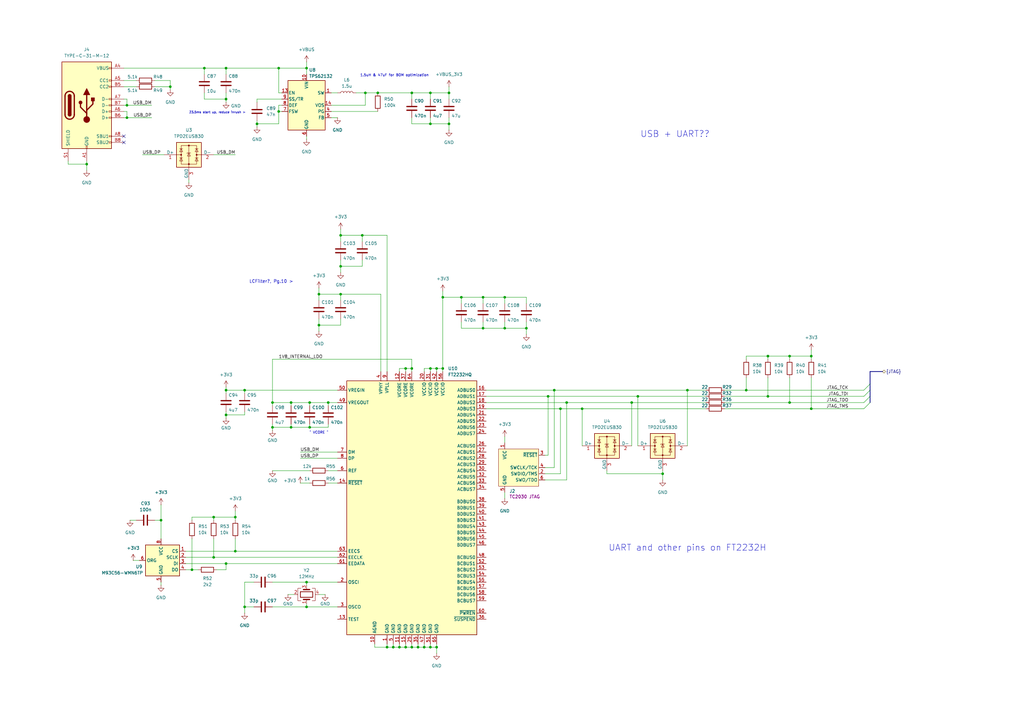
<source format=kicad_sch>
(kicad_sch (version 20250114) (generator "eeschema") (generator_version "9.0")
  (paper "A3")
  (lib_symbols
    (symbol "Connector:USB_C_Receptacle_USB2.0_16P" (pin_names (offset 1.016))
      (property "Reference" "J" (at 0 22.225 0))
      (property "Value" "USB_C_Receptacle_USB2.0_16P" (at 0 19.685 0))
      (symbol "USB_C_Receptacle_USB2.0_16P_1_1"
        (pin passive line (at -7.62 -22.86 90) (length 5.08) (name "SHIELD") (number "S1"))
        (pin passive line (at 0 -22.86 90) (length 5.08) (name "GND") (number "A1"))
        (pin passive line (at 0 -22.86 90) (length 5.08) (hide yes) (name "GND") (number "A12"))
        (pin passive line (at 0 -22.86 90) (length 5.08) (hide yes) (name "GND") (number "B1"))
        (pin passive line (at 0 -22.86 90) (length 5.08) (hide yes) (name "GND") (number "B12"))
        (pin passive line (at 15.24 15.24 180) (length 5.08) (name "VBUS") (number "A4"))
        (pin passive line (at 15.24 15.24 180) (length 5.08) (hide yes) (name "VBUS") (number "A9"))
        (pin passive line (at 15.24 15.24 180) (length 5.08) (hide yes) (name "VBUS") (number "B4"))
        (pin passive line (at 15.24 15.24 180) (length 5.08) (hide yes) (name "VBUS") (number "B9"))
        (pin bidirectional line (at 15.24 10.16 180) (length 5.08) (name "CC1") (number "A5"))
        (pin bidirectional line (at 15.24 7.62 180) (length 5.08) (name "CC2") (number "B5"))
        (pin bidirectional line (at 15.24 2.54 180) (length 5.08) (name "D-") (number "A7"))
        (pin bidirectional line (at 15.24 0 180) (length 5.08) (name "D-") (number "B7"))
        (pin bidirectional line (at 15.24 -2.54 180) (length 5.08) (name "D+") (number "A6"))
        (pin bidirectional line (at 15.24 -5.08 180) (length 5.08) (name "D+") (number "B6"))
        (pin bidirectional line (at 15.24 -12.7 180) (length 5.08) (name "SBU1") (number "A8"))
        (pin bidirectional line (at 15.24 -15.24 180) (length 5.08) (name "SBU2") (number "B8"))
      )
    )
    (symbol "Device:C" (pin_numbers (hide yes)) (pin_names (offset 0.254))
      (property "Reference" "C" (at 0.635 2.54 0))
      (property "Value" "C" (at 0.635 -2.54 0))
      (symbol "C_1_1"
        (pin passive line (at 0 3.81 270) (length 2.794) (name "~") (number "1"))
        (pin passive line (at 0 -3.81 90) (length 2.794) (name "~") (number "2"))
      )
    )
    (symbol "Device:Crystal_GND24" (pin_names (offset 1.016) (hide yes))
      (property "Reference" "Y" (at 3.175 5.08 0))
      (property "Value" "Crystal_GND24" (at 3.175 3.175 0))
      (symbol "Crystal_GND24_1_1"
        (pin passive line (at -3.81 0 0) (length 1.27) (name "1") (number "1"))
        (pin passive line (at 0 5.08 270) (length 1.27) (name "2") (number "2"))
        (pin passive line (at 0 -5.08 90) (length 1.27) (name "4") (number "4"))
        (pin passive line (at 3.81 0 180) (length 1.27) (name "3") (number "3"))
      )
    )
    (symbol "Device:L" (pin_numbers (hide yes)) (pin_names (offset 1.016) (hide yes))
      (property "Reference" "L" (at -1.27 0 90))
      (property "Value" "L" (at 1.905 0 90))
      (symbol "L_1_1"
        (pin passive line (at 0 3.81 270) (length 1.27) (name "1") (number "1"))
        (pin passive line (at 0 -3.81 90) (length 1.27) (name "2") (number "2"))
      )
    )
    (symbol "Device:R" (pin_numbers (hide yes)) (pin_names (offset 0))
      (property "Reference" "R" (at 2.032 0 90))
      (property "Value" "R" (at 0 0 90))
      (symbol "R_1_1"
        (pin passive line (at 0 3.81 270) (length 1.27) (name "~") (number "1"))
        (pin passive line (at 0 -3.81 90) (length 1.27) (name "~") (number "2"))
      )
    )
    (symbol "FPGA Accelerator:Conn_ARM_SWD_TagConnect_TC2030" (in_bom no)
      (property "Reference" "J5" (at 1.778 -9.398 0))
      (property "Alt_Value" "TC2030 JTAG" (at 5.588 -11.938 0))
      (symbol "Conn_ARM_SWD_TagConnect_TC2030_0_0"
        (pin power_in line (at -2.54 10.16 270) (length 2.54) (name "VCC") (number "1"))
        (pin power_in line (at -2.54 -10.16 90) (length 2.54) (name "GND") (number "5"))
        (pin open_collector line (at 13.97 5.08 180) (length 2.54) (name "~{RESET}") (number "3"))
      )
      (symbol "Conn_ARM_SWD_TagConnect_TC2030_1_0"
        (pin output line (at 13.97 0 180) (length 2.54) (name "SWCLK/TCK") (number "4"))
        (pin bidirectional line (at 13.97 -2.54 180) (length 2.54) (name "SWDIO/TMS") (number "2"))
        (pin input line (at 13.97 -5.08 180) (length 2.54) (name "SWO/TDO") (number "6"))
      )
    )
    (symbol "FPGA Accelerator:M93C56-WMN6TP"
      (property "Reference" "U" (at -7.62 6.35 0))
      (property "Value" "M93C56-WMN6TP" (at 2.54 -6.35 0))
      (symbol "M93C56-WMN6TP_1_1"
        (pin input line (at -8.89 1.27 0) (length 2.54) (name "ORG") (number "6"))
        (pin no_connect line (at -8.89 -2.54 0) (length 2.54) (hide yes) (name "DU") (number "7"))
        (pin power_in line (at 0 10.16 270) (length 2.54) (name "VCC") (number "8"))
        (pin power_in line (at 0 -7.62 90) (length 2.54) (name "GND") (number "5"))
        (pin input line (at 10.16 5.08 180) (length 2.54) (name "CS") (number "1"))
        (pin input line (at 10.16 2.54 180) (length 2.54) (name "SCLK") (number "2"))
        (pin input line (at 10.16 0 180) (length 2.54) (name "DI") (number "3"))
        (pin tri_state line (at 10.16 -2.54 180) (length 2.54) (name "DO") (number "4"))
      )
    )
    (symbol "Interface_USB:FT2232HQ"
      (property "Reference" "U" (at -26.67 53.34 0))
      (property "Value" "FT2232HQ" (at 19.05 53.34 0))
      (symbol "FT2232HQ_1_1"
        (pin power_in line (at -30.48 48.26 0) (length 3.81) (name "VREGIN") (number "50"))
        (pin power_out line (at -30.48 43.18 0) (length 3.81) (name "VREGOUT") (number "49"))
        (pin bidirectional line (at -30.48 22.86 0) (length 3.81) (name "DM") (number "7"))
        (pin bidirectional line (at -30.48 20.32 0) (length 3.81) (name "DP") (number "8"))
        (pin output line (at -30.48 15.24 0) (length 3.81) (name "REF") (number "6"))
        (pin input line (at -30.48 10.16 0) (length 3.81) (name "~{RESET}") (number "14"))
        (pin output line (at -30.48 -17.78 0) (length 3.81) (name "EECS") (number "63"))
        (pin output line (at -30.48 -20.32 0) (length 3.81) (name "EECLK") (number "62"))
        (pin bidirectional line (at -30.48 -22.86 0) (length 3.81) (name "EEDATA") (number "61"))
        (pin input line (at -30.48 -30.48 0) (length 3.81) (name "OSCI") (number "2"))
        (pin output line (at -30.48 -40.64 0) (length 3.81) (name "OSCO") (number "3"))
        (pin input line (at -30.48 -45.72 0) (length 3.81) (name "TEST") (number "13"))
        (pin power_in line (at -15.24 -55.88 90) (length 3.81) (name "AGND") (number "10"))
        (pin power_in line (at -12.7 55.88 270) (length 3.81) (name "VPHY") (number "4"))
        (pin input line (at -10.16 55.88 270) (length 3.81) (name "VPLL") (number "9"))
        (pin power_in line (at -10.16 -55.88 90) (length 3.81) (name "GND") (number "1"))
        (pin power_in line (at -7.62 -55.88 90) (length 3.81) (name "GND") (number "5"))
        (pin power_in line (at -5.08 55.88 270) (length 3.81) (name "VCORE") (number "12"))
        (pin power_in line (at -5.08 -55.88 90) (length 3.81) (name "GND") (number "11"))
        (pin power_in line (at -2.54 55.88 270) (length 3.81) (name "VCORE") (number "37"))
        (pin power_in line (at -2.54 -55.88 90) (length 3.81) (name "GND") (number "15"))
        (pin power_in line (at 0 55.88 270) (length 3.81) (name "VCORE") (number "64"))
        (pin power_in line (at 0 -55.88 90) (length 3.81) (name "GND") (number "25"))
        (pin power_in line (at 2.54 -55.88 90) (length 3.81) (name "GND") (number "35"))
        (pin power_in line (at 5.08 55.88 270) (length 3.81) (name "VCCIO") (number "20"))
        (pin power_in line (at 5.08 -55.88 90) (length 3.81) (name "GND") (number "47"))
        (pin power_in line (at 7.62 55.88 270) (length 3.81) (name "VCCIO") (number "31"))
        (pin power_in line (at 7.62 -55.88 90) (length 3.81) (name "GND") (number "51"))
        (pin power_in line (at 10.16 55.88 270) (length 3.81) (name "VCCIO") (number "42"))
        (pin power_in line (at 10.16 -55.88 90) (length 3.81) (name "GND") (number "65"))
        (pin power_in line (at 12.7 55.88 270) (length 3.81) (name "VCCIO") (number "56"))
        (pin bidirectional line (at 30.48 48.26 180) (length 3.81) (name "ADBUS0") (number "16"))
        (pin bidirectional line (at 30.48 45.72 180) (length 3.81) (name "ADBUS1") (number "17"))
        (pin bidirectional line (at 30.48 43.18 180) (length 3.81) (name "ADBUS2") (number "18"))
        (pin bidirectional line (at 30.48 40.64 180) (length 3.81) (name "ADBUS3") (number "19"))
        (pin bidirectional line (at 30.48 38.1 180) (length 3.81) (name "ADBUS4") (number "21"))
        (pin bidirectional line (at 30.48 35.56 180) (length 3.81) (name "ADBUS5") (number "22"))
        (pin bidirectional line (at 30.48 33.02 180) (length 3.81) (name "ADBUS6") (number "23"))
        (pin bidirectional line (at 30.48 30.48 180) (length 3.81) (name "ADBUS7") (number "24"))
        (pin bidirectional line (at 30.48 25.4 180) (length 3.81) (name "ACBUS0") (number "26"))
        (pin bidirectional line (at 30.48 22.86 180) (length 3.81) (name "ACBUS1") (number "27"))
        (pin bidirectional line (at 30.48 20.32 180) (length 3.81) (name "ACBUS2") (number "28"))
        (pin bidirectional line (at 30.48 17.78 180) (length 3.81) (name "ACBUS3") (number "29"))
        (pin bidirectional line (at 30.48 15.24 180) (length 3.81) (name "ACBUS4") (number "30"))
        (pin bidirectional line (at 30.48 12.7 180) (length 3.81) (name "ACBUS5") (number "32"))
        (pin bidirectional line (at 30.48 10.16 180) (length 3.81) (name "ACBUS6") (number "33"))
        (pin bidirectional line (at 30.48 7.62 180) (length 3.81) (name "ACBUS7") (number "34"))
        (pin bidirectional line (at 30.48 2.54 180) (length 3.81) (name "BDBUS0") (number "38"))
        (pin bidirectional line (at 30.48 0 180) (length 3.81) (name "BDBUS1") (number "39"))
        (pin bidirectional line (at 30.48 -2.54 180) (length 3.81) (name "BDBUS2") (number "40"))
        (pin bidirectional line (at 30.48 -5.08 180) (length 3.81) (name "BDBUS3") (number "41"))
        (pin bidirectional line (at 30.48 -7.62 180) (length 3.81) (name "BDBUS4") (number "43"))
        (pin bidirectional line (at 30.48 -10.16 180) (length 3.81) (name "BDBUS5") (number "44"))
        (pin bidirectional line (at 30.48 -12.7 180) (length 3.81) (name "BDBUS6") (number "45"))
        (pin bidirectional line (at 30.48 -15.24 180) (length 3.81) (name "BDBUS7") (number "46"))
        (pin bidirectional line (at 30.48 -20.32 180) (length 3.81) (name "BCBUS0") (number "48"))
        (pin bidirectional line (at 30.48 -22.86 180) (length 3.81) (name "BCBUS1") (number "52"))
        (pin bidirectional line (at 30.48 -25.4 180) (length 3.81) (name "BCBUS2") (number "53"))
        (pin bidirectional line (at 30.48 -27.94 180) (length 3.81) (name "BCBUS3") (number "54"))
        (pin bidirectional line (at 30.48 -30.48 180) (length 3.81) (name "BCBUS4") (number "55"))
        (pin bidirectional line (at 30.48 -33.02 180) (length 3.81) (name "BCBUS5") (number "57"))
        (pin bidirectional line (at 30.48 -35.56 180) (length 3.81) (name "BCBUS6") (number "58"))
        (pin bidirectional line (at 30.48 -38.1 180) (length 3.81) (name "BCBUS7") (number "59"))
        (pin output line (at 30.48 -43.18 180) (length 3.81) (name "~{PWREN}") (number "60"))
        (pin output line (at 30.48 -45.72 180) (length 3.81) (name "~{SUSPEND}") (number "36"))
      )
    )
    (symbol "Power_Protection:TPD2EUSB30" (pin_names (offset 0))
      (property "Reference" "U" (at 0 6.35 0))
      (property "Value" "TPD2EUSB30" (at 7.62 -7.62 0))
      (symbol "TPD2EUSB30_1_1"
        (pin passive line (at -10.16 0 0) (length 5.08) (name "D+") (number "1"))
        (pin passive line (at 0 -10.16 90) (length 5.08) (name "GND") (number "3"))
        (pin passive line (at 10.16 0 180) (length 5.08) (name "D-") (number "2"))
      )
    )
    (symbol "Regulator_Switching:TPS62132" (pin_names (offset 0.254))
      (property "Reference" "U" (at 3.81 13.97 0))
      (property "Value" "TPS62132" (at 3.81 11.43 0))
      (symbol "TPS62132_1_1"
        (pin input line (at -10.16 5.08 0) (length 2.54) (name "EN") (number "13"))
        (pin input line (at -10.16 2.54 0) (length 2.54) (name "SS/TR") (number "9"))
        (pin input line (at -10.16 0 0) (length 2.54) (name "DEF") (number "8"))
        (pin input line (at -10.16 -2.54 0) (length 2.54) (name "FSW") (number "7"))
        (pin power_in line (at 0 12.7 270) (length 2.54) (name "VIN") (number "10"))
        (pin passive line (at 0 12.7 270) (length 2.54) (hide yes) (name "VIN") (number "11"))
        (pin passive line (at 0 12.7 270) (length 2.54) (hide yes) (name "VIN") (number "12"))
        (pin passive line (at 0 -12.7 90) (length 2.54) (hide yes) (name "GND") (number "15"))
        (pin passive line (at 0 -12.7 90) (length 2.54) (hide yes) (name "GND") (number "16"))
        (pin passive line (at 0 -12.7 90) (length 2.54) (hide yes) (name "GND") (number "17"))
        (pin power_in line (at 0 -12.7 90) (length 2.54) (name "GND") (number "6"))
        (pin output line (at 10.16 5.08 180) (length 2.54) (name "SW") (number "1"))
        (pin passive line (at 10.16 5.08 180) (length 2.54) (hide yes) (name "SW") (number "2"))
        (pin passive line (at 10.16 5.08 180) (length 2.54) (hide yes) (name "SW") (number "3"))
        (pin input line (at 10.16 0 180) (length 2.54) (name "VOS") (number "14"))
        (pin open_collector line (at 10.16 -2.54 180) (length 2.54) (name "PG") (number "4"))
        (pin input line (at 10.16 -5.08 180) (length 2.54) (name "FB") (number "5"))
      )
    )
    (symbol "power:+1V0" (power) (pin_numbers (hide yes)) (pin_names (offset 0) (hide yes))
      (property "Value" "+1V0" (at 0 3.556 0))
      (symbol "+1V0_1_1"
        (pin power_in line (at 0 0 90) (length 0) (name "~") (number "1"))
      )
    )
    (symbol "power:+3V3" (power) (pin_numbers (hide yes)) (pin_names (offset 0) (hide yes))
      (property "Value" "+3V3" (at 0 3.556 0))
      (symbol "+3V3_1_1"
        (pin power_in line (at 0 0 90) (length 0) (name "~") (number "1"))
      )
    )
    (symbol "power:GND" (power) (pin_numbers (hide yes)) (pin_names (offset 0) (hide yes))
      (property "Value" "GND" (at 0 -3.81 0))
      (symbol "GND_1_1"
        (pin power_in line (at 0 0 270) (length 0) (name "~") (number "1"))
      )
    )
  )
  (text "1.5uH & 47uF for BOM optimization" (at 161.798 30.988 0) (effects (font (size 1.016 1.016))))
  (text "23.5ms start up, reduce inrush >" (at 89.154 46.228 0) (effects (font (size 0.889 0.889))))
  (text "UART and other pins on FT2232H" (at 281.94 224.79 0) (effects (font (size 2.54 2.54))))
  (text "LCFilter?, Pg.10 >" (at 111.252 115.57 0) (effects (font (size 1.27 1.27))))
  (text "^ VCORE ^" (at 130.81 177.546 0) (effects (font (size 1.016 1.016))))
  (text "USB + UART??" (at 276.86 55.118 0) (effects (font (size 2.54 2.54))))
  (junction (at 184.15 38.1))
  (junction (at 92.71 231.14))
  (junction (at 314.96 146.05))
  (junction (at 176.53 151.13))
  (junction (at 92.71 40.64))
  (junction (at 125.73 27.94))
  (junction (at 314.96 162.56))
  (junction (at 125.73 238.76))
  (junction (at 149.86 38.1))
  (junction (at 139.7 120.65))
  (junction (at 176.53 38.1))
  (junction (at 35.56 67.31))
  (junction (at 227.33 160.02))
  (junction (at 238.76 167.64))
  (junction (at 119.38 165.1))
  (junction (at 69.85 35.56))
  (junction (at 111.76 165.1))
  (junction (at 179.07 265.43))
  (junction (at 130.81 133.35))
  (junction (at 158.75 265.43))
  (junction (at 127 175.26))
  (junction (at 111.76 175.26))
  (junction (at 83.82 27.94))
  (junction (at 119.38 175.26))
  (junction (at 92.71 170.18))
  (junction (at 92.71 27.94))
  (junction (at 332.74 167.64))
  (junction (at 96.52 226.06))
  (junction (at 166.37 265.43))
  (junction (at 229.87 167.64))
  (junction (at 134.62 165.1))
  (junction (at 100.33 248.92))
  (junction (at 87.63 228.6))
  (junction (at 96.52 212.09))
  (junction (at 232.41 165.1))
  (junction (at 198.12 134.62))
  (junction (at 189.23 121.92))
  (junction (at 66.04 213.36))
  (junction (at 161.29 265.43))
  (junction (at 100.33 160.02))
  (junction (at 176.53 265.43))
  (junction (at 78.74 233.68))
  (junction (at 184.15 50.8))
  (junction (at 168.91 265.43))
  (junction (at 173.99 265.43))
  (junction (at 127 165.1))
  (junction (at 114.3 27.94))
  (junction (at 114.3 45.72))
  (junction (at 87.63 212.09))
  (junction (at 259.08 165.1))
  (junction (at 130.81 120.65))
  (junction (at 207.01 134.62))
  (junction (at 139.7 96.52))
  (junction (at 207.01 121.92))
  (junction (at 105.41 50.8))
  (junction (at 261.62 162.56))
  (junction (at 176.53 50.8))
  (junction (at 198.12 121.92))
  (junction (at 179.07 151.13))
  (junction (at 52.07 43.18))
  (junction (at 281.94 160.02))
  (junction (at 125.73 248.92))
  (junction (at 215.9 134.62))
  (junction (at 168.91 38.1))
  (junction (at 148.59 96.52))
  (junction (at 171.45 265.43))
  (junction (at 92.71 160.02))
  (junction (at 52.07 48.26))
  (junction (at 306.07 160.02))
  (junction (at 181.61 121.92))
  (junction (at 323.85 165.1))
  (junction (at 168.91 151.13))
  (junction (at 154.94 38.1))
  (junction (at 332.74 146.05))
  (junction (at 166.37 151.13))
  (junction (at 139.7 109.22))
  (junction (at 181.61 151.13))
  (junction (at 224.79 162.56))
  (junction (at 271.78 194.31))
  (junction (at 163.83 265.43))
  (junction (at 323.85 146.05))
  (no_connect (at 50.8 55.88))
  (no_connect (at 50.8 58.42))
  (bus_entry (at 354.33 162.56) (size 2.54 -2.54))
  (bus_entry (at 354.33 165.1) (size 2.54 -2.54))
  (bus_entry (at 354.33 167.64) (size 2.54 -2.54))
  (bus_entry (at 354.33 160.02) (size 2.54 -2.54))
  (wire (pts (xy 123.19 187.96) (xy 138.43 187.96)))
  (wire (pts (xy 271.78 196.85) (xy 271.78 194.31)))
  (wire (pts (xy 232.41 165.1) (xy 259.08 165.1)))
  (wire (pts (xy 111.76 165.1) (xy 119.38 165.1)))
  (wire (pts (xy 83.82 30.48) (xy 83.82 27.94)))
  (wire (pts (xy 163.83 265.43) (xy 163.83 264.16)))
  (wire (pts (xy 139.7 120.65) (xy 156.21 120.65)))
  (wire (pts (xy 168.91 50.8) (xy 176.53 50.8)))
  (wire (pts (xy 114.3 43.18) (xy 115.57 43.18)))
  (wire (pts (xy 35.56 69.85) (xy 35.56 67.31)))
  (wire (pts (xy 163.83 265.43) (xy 166.37 265.43)))
  (wire (pts (xy 92.71 161.29) (xy 92.71 160.02)))
  (wire (pts (xy 173.99 265.43) (xy 173.99 264.16)))
  (wire (pts (xy 168.91 48.26) (xy 168.91 50.8)))
  (wire (pts (xy 281.94 160.02) (xy 281.94 182.88)))
  (wire (pts (xy 168.91 265.43) (xy 168.91 264.16)))
  (wire (pts (xy 168.91 265.43) (xy 171.45 265.43)))
  (wire (pts (xy 77.47 74.93) (xy 77.47 73.66)))
  (wire (pts (xy 215.9 134.62) (xy 215.9 132.08)))
  (wire (pts (xy 181.61 151.13) (xy 181.61 152.4)))
  (wire (pts (xy 78.74 212.09) (xy 87.63 212.09)))
  (wire (pts (xy 125.73 247.65) (xy 125.73 248.92)))
  (wire (pts (xy 96.52 226.06) (xy 138.43 226.06)))
  (wire (pts (xy 168.91 147.32) (xy 168.91 151.13)))
  (wire (pts (xy 176.53 151.13) (xy 173.99 151.13)))
  (wire (pts (xy 173.99 151.13) (xy 173.99 152.4)))
  (wire (pts (xy 189.23 121.92) (xy 198.12 121.92)))
  (wire (pts (xy 332.74 143.51) (xy 332.74 146.05)))
  (wire (pts (xy 314.96 154.94) (xy 314.96 162.56)))
  (wire (pts (xy 78.74 233.68) (xy 76.2 233.68)))
  (wire (pts (xy 153.67 265.43) (xy 158.75 265.43)))
  (wire (pts (xy 76.2 228.6) (xy 87.63 228.6)))
  (wire (pts (xy 149.86 38.1) (xy 154.94 38.1)))
  (wire (pts (xy 92.71 27.94) (xy 114.3 27.94)))
  (wire (pts (xy 139.7 99.06) (xy 139.7 96.52)))
  (wire (pts (xy 119.38 173.99) (xy 119.38 175.26)))
  (wire (pts (xy 92.71 171.45) (xy 92.71 170.18)))
  (wire (pts (xy 87.63 212.09) (xy 96.52 212.09)))
  (wire (pts (xy 168.91 38.1) (xy 176.53 38.1)))
  (wire (pts (xy 123.19 185.42) (xy 138.43 185.42)))
  (wire (pts (xy 111.76 166.37) (xy 111.76 165.1)))
  (wire (pts (xy 181.61 121.92) (xy 189.23 121.92)))
  (wire (pts (xy 114.3 27.94) (xy 125.73 27.94)))
  (wire (pts (xy 297.18 160.02) (xy 306.07 160.02)))
  (wire (pts (xy 50.8 27.94) (xy 83.82 27.94)))
  (wire (pts (xy 332.74 146.05) (xy 332.74 147.32)))
  (wire (pts (xy 111.76 165.1) (xy 111.76 147.32)))
  (bus (pts (xy 356.87 162.56) (xy 356.87 160.02)))
  (wire (pts (xy 297.18 162.56) (xy 314.96 162.56)))
  (wire (pts (xy 297.18 165.1) (xy 323.85 165.1)))
  (wire (pts (xy 52.07 43.18) (xy 62.23 43.18)))
  (wire (pts (xy 76.2 226.06) (xy 96.52 226.06)))
  (wire (pts (xy 227.33 191.77) (xy 227.33 160.02)))
  (wire (pts (xy 115.57 40.64) (xy 105.41 40.64)))
  (wire (pts (xy 238.76 167.64) (xy 289.56 167.64)))
  (wire (pts (xy 139.7 109.22) (xy 139.7 106.68)))
  (wire (pts (xy 173.99 265.43) (xy 176.53 265.43)))
  (wire (pts (xy 87.63 228.6) (xy 138.43 228.6)))
  (wire (pts (xy 114.3 38.1) (xy 114.3 27.94)))
  (wire (pts (xy 69.85 33.02) (xy 63.5 33.02)))
  (wire (pts (xy 332.74 154.94) (xy 332.74 167.64)))
  (wire (pts (xy 83.82 40.64) (xy 92.71 40.64)))
  (wire (pts (xy 176.53 50.8) (xy 184.15 50.8)))
  (wire (pts (xy 100.33 160.02) (xy 138.43 160.02)))
  (wire (pts (xy 35.56 67.31) (xy 27.94 67.31)))
  (wire (pts (xy 223.52 186.69) (xy 224.79 186.69)))
  (wire (pts (xy 135.89 43.18) (xy 149.86 43.18)))
  (wire (pts (xy 314.96 162.56) (xy 354.33 162.56)))
  (wire (pts (xy 168.91 38.1) (xy 168.91 40.64)))
  (wire (pts (xy 199.39 167.64) (xy 229.87 167.64)))
  (wire (pts (xy 207.01 134.62) (xy 215.9 134.62)))
  (wire (pts (xy 134.62 193.04) (xy 138.43 193.04)))
  (wire (pts (xy 53.34 213.36) (xy 55.88 213.36)))
  (wire (pts (xy 259.08 165.1) (xy 289.56 165.1)))
  (wire (pts (xy 119.38 175.26) (xy 127 175.26)))
  (wire (pts (xy 139.7 133.35) (xy 139.7 130.81)))
  (wire (pts (xy 179.07 265.43) (xy 179.07 264.16)))
  (wire (pts (xy 111.76 248.92) (xy 125.73 248.92)))
  (wire (pts (xy 271.78 194.31) (xy 248.92 194.31)))
  (wire (pts (xy 139.7 123.19) (xy 139.7 120.65)))
  (wire (pts (xy 248.92 194.31) (xy 248.92 193.04)))
  (wire (pts (xy 87.63 212.09) (xy 87.63 213.36)))
  (wire (pts (xy 83.82 38.1) (xy 83.82 40.64)))
  (wire (pts (xy 189.23 134.62) (xy 189.23 132.08)))
  (wire (pts (xy 139.7 96.52) (xy 148.59 96.52)))
  (wire (pts (xy 130.81 118.11) (xy 130.81 120.65)))
  (wire (pts (xy 52.07 45.72) (xy 52.07 48.26)))
  (wire (pts (xy 111.76 175.26) (xy 119.38 175.26)))
  (wire (pts (xy 176.53 265.43) (xy 179.07 265.43)))
  (wire (pts (xy 125.73 248.92) (xy 138.43 248.92)))
  (wire (pts (xy 224.79 162.56) (xy 261.62 162.56)))
  (wire (pts (xy 161.29 265.43) (xy 163.83 265.43)))
  (wire (pts (xy 96.52 209.55) (xy 96.52 212.09)))
  (wire (pts (xy 78.74 212.09) (xy 78.74 213.36)))
  (wire (pts (xy 149.86 38.1) (xy 146.05 38.1)))
  (wire (pts (xy 158.75 265.43) (xy 161.29 265.43)))
  (wire (pts (xy 92.71 158.75) (xy 92.71 160.02)))
  (wire (pts (xy 119.38 165.1) (xy 127 165.1)))
  (wire (pts (xy 130.81 133.35) (xy 130.81 130.81)))
  (wire (pts (xy 139.7 111.76) (xy 139.7 109.22)))
  (wire (pts (xy 215.9 137.16) (xy 215.9 134.62)))
  (wire (pts (xy 96.52 212.09) (xy 96.52 213.36)))
  (wire (pts (xy 176.53 48.26) (xy 176.53 50.8)))
  (wire (pts (xy 76.2 231.14) (xy 92.71 231.14)))
  (wire (pts (xy 176.53 151.13) (xy 176.53 152.4)))
  (wire (pts (xy 114.3 50.8) (xy 114.3 45.72)))
  (wire (pts (xy 271.78 194.31) (xy 271.78 193.04)))
  (wire (pts (xy 96.52 63.5) (xy 87.63 63.5)))
  (wire (pts (xy 189.23 121.92) (xy 189.23 124.46)))
  (wire (pts (xy 104.14 238.76) (xy 100.33 238.76)))
  (wire (pts (xy 176.53 38.1) (xy 184.15 38.1)))
  (wire (pts (xy 27.94 67.31) (xy 27.94 66.04)))
  (wire (pts (xy 166.37 265.43) (xy 166.37 264.16)))
  (wire (pts (xy 130.81 123.19) (xy 130.81 120.65)))
  (wire (pts (xy 88.9 233.68) (xy 92.71 233.68)))
  (wire (pts (xy 87.63 220.98) (xy 87.63 228.6)))
  (wire (pts (xy 154.94 38.1) (xy 168.91 38.1)))
  (wire (pts (xy 50.8 35.56) (xy 55.88 35.56)))
  (wire (pts (xy 224.79 186.69) (xy 224.79 162.56)))
  (wire (pts (xy 100.33 251.46) (xy 100.33 248.92)))
  (wire (pts (xy 198.12 134.62) (xy 198.12 132.08)))
  (wire (pts (xy 69.85 35.56) (xy 69.85 33.02)))
  (wire (pts (xy 323.85 154.94) (xy 323.85 165.1)))
  (bus (pts (xy 356.87 165.1) (xy 356.87 162.56)))
  (wire (pts (xy 111.76 175.26) (xy 111.76 173.99)))
  (wire (pts (xy 198.12 121.92) (xy 198.12 124.46)))
  (wire (pts (xy 111.76 238.76) (xy 125.73 238.76)))
  (wire (pts (xy 100.33 161.29) (xy 100.33 160.02)))
  (wire (pts (xy 114.3 45.72) (xy 114.3 43.18)))
  (wire (pts (xy 134.62 198.12) (xy 138.43 198.12)))
  (wire (pts (xy 83.82 27.94) (xy 92.71 27.94)))
  (wire (pts (xy 125.73 27.94) (xy 125.73 30.48)))
  (bus (pts (xy 356.87 160.02) (xy 356.87 157.48)))
  (wire (pts (xy 306.07 160.02) (xy 354.33 160.02)))
  (wire (pts (xy 306.07 146.05) (xy 306.07 147.32)))
  (wire (pts (xy 181.61 121.92) (xy 181.61 151.13)))
  (wire (pts (xy 176.53 38.1) (xy 176.53 40.64)))
  (wire (pts (xy 127 165.1) (xy 127 166.37)))
  (wire (pts (xy 148.59 99.06) (xy 148.59 96.52)))
  (wire (pts (xy 114.3 45.72) (xy 115.57 45.72)))
  (wire (pts (xy 306.07 154.94) (xy 306.07 160.02)))
  (wire (pts (xy 198.12 121.92) (xy 207.01 121.92)))
  (wire (pts (xy 207.01 121.92) (xy 215.9 121.92)))
  (wire (pts (xy 149.86 43.18) (xy 149.86 38.1)))
  (wire (pts (xy 92.71 30.48) (xy 92.71 27.94)))
  (wire (pts (xy 176.53 265.43) (xy 176.53 264.16)))
  (wire (pts (xy 198.12 134.62) (xy 207.01 134.62)))
  (wire (pts (xy 66.04 213.36) (xy 66.04 220.98)))
  (wire (pts (xy 105.41 50.8) (xy 114.3 50.8)))
  (wire (pts (xy 153.67 265.43) (xy 153.67 264.16)))
  (wire (pts (xy 229.87 194.31) (xy 229.87 167.64)))
  (wire (pts (xy 156.21 152.4) (xy 156.21 120.65)))
  (wire (pts (xy 111.76 193.04) (xy 127 193.04)))
  (wire (pts (xy 111.76 147.32) (xy 168.91 147.32)))
  (wire (pts (xy 238.76 167.64) (xy 238.76 182.88)))
  (wire (pts (xy 130.81 120.65) (xy 139.7 120.65)))
  (wire (pts (xy 223.52 194.31) (xy 229.87 194.31)))
  (wire (pts (xy 332.74 167.64) (xy 354.33 167.64)))
  (wire (pts (xy 54.61 229.87) (xy 57.15 229.87)))
  (wire (pts (xy 125.73 238.76) (xy 138.43 238.76)))
  (wire (pts (xy 105.41 49.53) (xy 105.41 50.8)))
  (wire (pts (xy 261.62 162.56) (xy 289.56 162.56)))
  (wire (pts (xy 166.37 151.13) (xy 163.83 151.13)))
  (wire (pts (xy 158.75 96.52) (xy 158.75 152.4)))
  (wire (pts (xy 92.71 40.64) (xy 92.71 38.1)))
  (wire (pts (xy 184.15 48.26) (xy 184.15 50.8)))
  (wire (pts (xy 134.62 165.1) (xy 134.62 166.37)))
  (wire (pts (xy 184.15 35.56) (xy 184.15 38.1)))
  (wire (pts (xy 66.04 240.03) (xy 66.04 238.76)))
  (wire (pts (xy 323.85 146.05) (xy 314.96 146.05)))
  (wire (pts (xy 139.7 109.22) (xy 148.59 109.22)))
  (wire (pts (xy 207.01 179.07) (xy 207.01 181.61)))
  (bus (pts (xy 356.87 157.48) (xy 356.87 152.4)))
  (wire (pts (xy 181.61 151.13) (xy 179.07 151.13)))
  (wire (pts (xy 78.74 220.98) (xy 78.74 233.68)))
  (wire (pts (xy 66.04 207.01) (xy 66.04 213.36)))
  (wire (pts (xy 134.62 165.1) (xy 138.43 165.1)))
  (wire (pts (xy 50.8 48.26) (xy 52.07 48.26)))
  (wire (pts (xy 227.33 160.02) (xy 281.94 160.02)))
  (wire (pts (xy 50.8 40.64) (xy 52.07 40.64)))
  (wire (pts (xy 92.71 233.68) (xy 92.71 231.14)))
  (wire (pts (xy 130.81 135.89) (xy 130.81 133.35)))
  (wire (pts (xy 92.71 170.18) (xy 100.33 170.18)))
  (wire (pts (xy 130.81 133.35) (xy 139.7 133.35)))
  (wire (pts (xy 135.89 45.72) (xy 154.94 45.72)))
  (wire (pts (xy 158.75 265.43) (xy 158.75 264.16)))
  (wire (pts (xy 215.9 121.92) (xy 215.9 124.46)))
  (wire (pts (xy 133.35 243.84) (xy 130.81 243.84)))
  (wire (pts (xy 127 165.1) (xy 134.62 165.1)))
  (wire (pts (xy 199.39 160.02) (xy 227.33 160.02)))
  (wire (pts (xy 58.42 63.5) (xy 67.31 63.5)))
  (wire (pts (xy 184.15 40.64) (xy 184.15 38.1)))
  (wire (pts (xy 259.08 165.1) (xy 259.08 182.88)))
  (wire (pts (xy 166.37 265.43) (xy 168.91 265.43)))
  (wire (pts (xy 52.07 43.18) (xy 50.8 43.18)))
  (wire (pts (xy 92.71 168.91) (xy 92.71 170.18)))
  (wire (pts (xy 184.15 53.34) (xy 184.15 50.8)))
  (wire (pts (xy 111.76 176.53) (xy 111.76 175.26)))
  (wire (pts (xy 125.73 238.76) (xy 125.73 240.03)))
  (wire (pts (xy 163.83 151.13) (xy 163.83 152.4)))
  (wire (pts (xy 171.45 265.43) (xy 171.45 264.16)))
  (wire (pts (xy 105.41 52.07) (xy 105.41 50.8)))
  (wire (pts (xy 314.96 146.05) (xy 314.96 147.32)))
  (wire (pts (xy 166.37 151.13) (xy 166.37 152.4)))
  (wire (pts (xy 63.5 35.56) (xy 69.85 35.56)))
  (wire (pts (xy 134.62 173.99) (xy 134.62 175.26)))
  (wire (pts (xy 69.85 36.83) (xy 69.85 35.56)))
  (wire (pts (xy 261.62 162.56) (xy 261.62 182.88)))
  (wire (pts (xy 50.8 45.72) (xy 52.07 45.72)))
  (wire (pts (xy 92.71 160.02) (xy 100.33 160.02)))
  (wire (pts (xy 323.85 146.05) (xy 323.85 147.32)))
  (wire (pts (xy 168.91 151.13) (xy 166.37 151.13)))
  (wire (pts (xy 123.19 198.12) (xy 127 198.12)))
  (wire (pts (xy 148.59 96.52) (xy 158.75 96.52)))
  (wire (pts (xy 138.43 38.1) (xy 135.89 38.1)))
  (wire (pts (xy 161.29 265.43) (xy 161.29 264.16)))
  (wire (pts (xy 148.59 109.22) (xy 148.59 106.68)))
  (wire (pts (xy 314.96 146.05) (xy 306.07 146.05)))
  (wire (pts (xy 138.43 48.26) (xy 135.89 48.26)))
  (wire (pts (xy 223.52 191.77) (xy 227.33 191.77)))
  (wire (pts (xy 127 173.99) (xy 127 175.26)))
  (wire (pts (xy 55.88 33.02) (xy 50.8 33.02)))
  (wire (pts (xy 92.71 41.91) (xy 92.71 40.64)))
  (wire (pts (xy 171.45 265.43) (xy 173.99 265.43)))
  (wire (pts (xy 100.33 238.76) (xy 100.33 248.92)))
  (wire (pts (xy 199.39 162.56) (xy 224.79 162.56)))
  (bus (pts (xy 356.87 152.4) (xy 361.95 152.4)))
  (wire (pts (xy 139.7 93.98) (xy 139.7 96.52)))
  (wire (pts (xy 181.61 119.38) (xy 181.61 121.92)))
  (wire (pts (xy 179.07 151.13) (xy 179.07 152.4)))
  (wire (pts (xy 81.28 233.68) (xy 78.74 233.68)))
  (wire (pts (xy 179.07 267.97) (xy 179.07 265.43)))
  (wire (pts (xy 96.52 220.98) (xy 96.52 226.06)))
  (wire (pts (xy 119.38 165.1) (xy 119.38 166.37)))
  (wire (pts (xy 281.94 160.02) (xy 289.56 160.02)))
  (wire (pts (xy 232.41 196.85) (xy 232.41 165.1)))
  (wire (pts (xy 125.73 57.15) (xy 125.73 55.88)))
  (wire (pts (xy 63.5 213.36) (xy 66.04 213.36)))
  (wire (pts (xy 92.71 231.14) (xy 138.43 231.14)))
  (wire (pts (xy 105.41 40.64) (xy 105.41 41.91)))
  (wire (pts (xy 207.01 134.62) (xy 207.01 132.08)))
  (wire (pts (xy 168.91 151.13) (xy 168.91 152.4)))
  (wire (pts (xy 297.18 167.64) (xy 332.74 167.64)))
  (wire (pts (xy 179.07 151.13) (xy 176.53 151.13)))
  (wire (pts (xy 223.52 196.85) (xy 232.41 196.85)))
  (wire (pts (xy 229.87 167.64) (xy 238.76 167.64)))
  (wire (pts (xy 125.73 25.4) (xy 125.73 27.94)))
  (wire (pts (xy 35.56 67.31) (xy 35.56 66.04)))
  (wire (pts (xy 52.07 40.64) (xy 52.07 43.18)))
  (wire (pts (xy 199.39 165.1) (xy 232.41 165.1)))
  (wire (pts (xy 323.85 165.1) (xy 354.33 165.1)))
  (wire (pts (xy 189.23 134.62) (xy 198.12 134.62)))
  (wire (pts (xy 100.33 248.92) (xy 104.14 248.92)))
  (wire (pts (xy 207.01 121.92) (xy 207.01 124.46)))
  (wire (pts (xy 100.33 170.18) (xy 100.33 168.91)))
  (wire (pts (xy 127 175.26) (xy 134.62 175.26)))
  (wire (pts (xy 118.11 243.84) (xy 120.65 243.84)))
  (wire (pts (xy 115.57 38.1) (xy 114.3 38.1)))
  (wire (pts (xy 52.07 48.26) (xy 62.23 48.26)))
  (wire (pts (xy 207.01 204.47) (xy 207.01 201.93)))
  (wire (pts (xy 332.74 146.05) (xy 323.85 146.05)))
  (label "USB_DP" (at 58.42 63.5 0))
  (label "JTAG_TDI" (at 347.98 162.56 180))
  (label "USB_DP" (at 62.23 48.26 180))
  (label "USB_DM" (at 62.23 43.18 180))
  (label "JTAG_TDO" (at 347.98 165.1 180))
  (label "JTAG_TCK" (at 347.98 160.02 180))
  (label "1V8_INTERNAL_LDO" (at 114.3 147.32 0))
  (label "USB_DM" (at 123.19 185.42 0))
  (label "USB_DM" (at 96.52 63.5 180))
  (label "JTAG_TMS" (at 347.98 167.64 180))
  (label "USB_DP" (at 123.19 187.96 0))
  (hierarchical_label "{JTAG}" (shape bidirectional) (at 361.95 152.4 0))
  (symbol (lib_id "power:GND") (at 133.35 243.84 0) (unit 1)
    (property "Reference" "#PWR0116" (effects (hide yes)))
    (property "Value" "GND" (at 133.35 247.65 0))
    (property "Description" "Power symbol creates a global label with name \"GND\" , ground" (effects (hide yes)))
  )
  (symbol (lib_id "power:+3V3") (at 207.01 179.07 0) (unit 1)
    (property "Reference" "#PWR098" (effects (hide yes)))
    (property "Value" "+3V3" (at 207.01 173.99 0))
    (property "Description" "Power symbol creates a global label with name \"+3V3\"" (effects (hide yes)))
  )
  (symbol (lib_id "Device:C") (at 105.41 45.72 0) (unit 1)
    (property "Reference" "C89" (at 109.22 44.4499 0) (effects (justify left)))
    (property "Value" "47n" (at 109.22 46.9899 0) (effects (justify left)))
    (property "Description" "Unpolarized capacitor" (effects (hide yes)))
  )
  (symbol (lib_id "power:GND") (at 138.43 48.26 0) (unit 1)
    (property "Reference" "#PWR097" (effects (hide yes)))
    (property "Value" "GND" (at 138.43 53.34 0))
    (property "Description" "Power symbol creates a global label with name \"GND\" , ground" (effects (hide yes)))
  )
  (symbol (lib_id "Device:R") (at 96.52 217.17 0) (unit 1)
    (property "Reference" "R54" (at 99.06 215.8999 0) (effects (justify left)))
    (property "Value" "10k" (at 99.06 218.4399 0) (effects (justify left)))
    (property "Description" "Resistor" (effects (hide yes)))
  )
  (symbol (lib_id "Device:Crystal_GND24") (at 125.73 243.84 90) (unit 1)
    (property "Reference" "Y2" (at 125.73 233.934 90))
    (property "Value" "12MHz" (at 125.73 236.474 90))
    (property "Description" "Four pin crystal, GND on pins 2 and 4" (effects (hide yes)))
    (property "MPN" "X322512MSB4SI" (effects (hide yes)))
    (property "LCSC" "C9002" (effects (hide yes)))
  )
  (symbol (lib_id "Device:R") (at 293.37 165.1 90) (unit 1)
    (property "Reference" "R36" (at 298.196 163.83 90))
    (property "Value" "22" (at 289.052 163.83 90))
    (property "Description" "Resistor" (effects (hide yes)))
  )
  (symbol (lib_id "power:GND") (at 69.85 36.83 0) (unit 1)
    (property "Reference" "#PWR092" (effects (hide yes)))
    (property "Value" "GND" (at 69.85 41.91 0))
    (property "Description" "Power symbol creates a global label with name \"GND\" , ground" (effects (hide yes)))
  )
  (symbol (lib_id "power:GND") (at 53.34 213.36 0) (unit 1)
    (property "Reference" "#PWR0102" (effects (hide yes)))
    (property "Value" "GND" (at 53.34 218.44 0))
    (property "Description" "Power symbol creates a global label with name \"GND\" , ground" (effects (hide yes)))
  )
  (symbol (lib_id "Regulator_Switching:TPS62132") (at 125.73 43.18 0) (unit 1)
    (property "Reference" "U8" (at 126.746 28.702 0) (effects (justify left)))
    (property "Value" "TPS62132" (at 126.746 31.242 0) (effects (justify left)))
    (property "Footprint" "Package_DFN_QFN:VQFN-16-1EP_3x3mm_P0.5mm_EP1.68x1.68mm_ThermalVias" (effects (hide yes)))
    (property "Datasheet" "http://www.ti.com/lit/ds/symlink/tps62130.pdf" (effects (hide yes)))
    (property "Description" "3A Step-Down Converter with DCS-Control, Fixed 3.3V Output Voltage, 3-17V Input Voltage, QFN-16" (effects (hide yes)))
  )
  (symbol (lib_id "Device:C") (at 119.38 170.18 0) (unit 1)
    (property "Reference" "C99" (at 120.396 167.132 0) (effects (justify left)))
    (property "Value" "470n" (at 120.396 173.228 0) (effects (justify left)))
    (property "Description" "Unpolarized capacitor" (effects (hide yes)))
  )
  (symbol (lib_id "Device:C") (at 148.59 102.87 0) (unit 1)
    (property "Reference" "C105" (at 149.606 99.822 0) (effects (justify left)))
    (property "Value" "470n" (at 149.606 105.918 0) (effects (justify left)))
    (property "Description" "Unpolarized capacitor" (effects (hide yes)))
  )
  (symbol (lib_id "Device:R") (at 130.81 198.12 90) (unit 1)
    (property "Reference" "R56" (at 135.636 196.342 90))
    (property "Value" "1k" (at 125.984 196.342 90))
    (property "Description" "Resistor" (effects (hide yes)))
  )
  (symbol (lib_id "Device:C") (at 176.53 44.45 0) (unit 1)
    (property "Reference" "C91" (at 177.546 41.402 0) (effects (justify left)))
    (property "Value" "4u7" (at 177.546 47.498 0) (effects (justify left)))
    (property "Description" "Unpolarized capacitor" (effects (hide yes)))
  )
  (symbol (lib_id "Device:C") (at 59.69 213.36 90) (unit 1)
    (property "Reference" "C93" (at 59.69 206.502 90))
    (property "Value" "100n" (at 59.69 209.042 90))
    (property "Description" "Unpolarized capacitor" (effects (hide yes)))
  )
  (symbol (lib_id "power:+1V0") (at 125.73 25.4 0) (unit 1)
    (property "Reference" "#PWR095" (effects (hide yes)))
    (property "Value" "+VBUS" (at 125.73 20.32 0))
    (property "Description" "Power symbol creates a global label with name \"+1V0\"" (effects (hide yes)))
  )
  (symbol (lib_id "power:GND") (at 179.07 267.97 0) (unit 1)
    (property "Reference" "#PWR0119" (effects (hide yes)))
    (property "Value" "GND" (at 179.07 273.05 0))
    (property "Description" "Power symbol creates a global label with name \"GND\" , ground" (effects (hide yes)))
  )
  (symbol (lib_id "power:+1V0") (at 184.15 35.56 0) (unit 1)
    (property "Reference" "#PWR0100" (effects (hide yes)))
    (property "Value" "+VBUS_3V3" (at 184.15 30.48 0))
    (property "Description" "Power symbol creates a global label with name \"+1V0\"" (effects (hide yes)))
  )
  (symbol (lib_id "Device:C") (at 83.82 34.29 0) (unit 1)
    (property "Reference" "C87" (at 84.836 31.242 0) (effects (justify left)))
    (property "Value" "10u" (at 84.836 37.338 0) (effects (justify left)))
    (property "Description" "Unpolarized capacitor" (effects (hide yes)))
  )
  (symbol (lib_id "Device:C") (at 92.71 34.29 0) (unit 1)
    (property "Reference" "C88" (at 93.726 31.242 0) (effects (justify left)))
    (property "Value" "470n" (at 93.726 37.338 0) (effects (justify left)))
    (property "Description" "Unpolarized capacitor" (effects (hide yes)))
  )
  (symbol (lib_id "Device:R") (at 306.07 151.13 0) (unit 1)
    (property "Reference" "R38" (at 308.61 149.8599 0) (effects (justify left)))
    (property "Value" "10k" (at 308.61 152.3999 0) (effects (justify left)))
    (property "Description" "Resistor" (effects (hide yes)))
  )
  (symbol (lib_id "power:+3V3") (at 130.81 118.11 0) (unit 1)
    (property "Reference" "#PWR0114" (effects (hide yes)))
    (property "Value" "+3V3" (at 130.81 113.03 0))
    (property "Description" "Power symbol creates a global label with name \"+3V3\"" (effects (hide yes)))
  )
  (symbol (lib_id "power:GND") (at 92.71 171.45 0) (unit 1)
    (property "Reference" "#PWR0107" (effects (hide yes)))
    (property "Value" "GND" (at 92.71 175.514 0))
    (property "Description" "Power symbol creates a global label with name \"GND\" , ground" (effects (hide yes)))
  )
  (symbol (lib_id "Device:C") (at 168.91 44.45 0) (unit 1)
    (property "Reference" "C90" (at 169.926 41.402 0) (effects (justify left)))
    (property "Value" "470n" (at 169.926 47.498 0) (effects (justify left)))
    (property "Description" "Unpolarized capacitor" (effects (hide yes)))
  )
  (symbol (lib_id "power:GND") (at 35.56 69.85 0) (unit 1)
    (property "Reference" "#PWR091" (effects (hide yes)))
    (property "Value" "GND" (at 35.56 74.93 0))
    (property "Description" "Power symbol creates a global label with name \"GND\" , ground" (effects (hide yes)))
  )
  (symbol (lib_id "power:+3V3") (at 54.61 229.87 0) (unit 1)
    (property "Reference" "#PWR0103" (effects (hide yes)))
    (property "Value" "+3V3" (at 54.61 224.79 0))
    (property "Description" "Power symbol creates a global label with name \"+3V3\"" (effects (hide yes)))
  )
  (symbol (lib_id "Interface_USB:FT2232HQ") (at 168.91 208.28 0) (unit 1)
    (property "Reference" "U10" (at 183.7533 151.13 0) (effects (justify left)))
    (property "Value" "FT2232HQ" (at 183.7533 153.67 0) (effects (justify left)))
    (property "Footprint" "Package_DFN_QFN:QFN-64-1EP_9x9mm_P0.5mm_EP4.35x4.35mm" (effects (hide yes)))
    (property "Datasheet" "https://www.ftdichip.com/Support/Documents/DataSheets/ICs/DS_FT2232H.pdf" (effects (hide yes)))
    (property "Description" "Hi Speed Double Channel USB UART/FIFO, QFN-64" (effects (hide yes)))
  )
  (symbol (lib_id "Device:L") (at 142.24 38.1 90) (unit 1)
    (property "Reference" "L6" (at 142.24 32.766 90))
    (property "Value" "1.5u" (at 142.24 35.306 90))
    (property "Description" "Inductor" (effects (hide yes)))
    (property "MPN" "SWPA4030S1R5NT" (effects (hide yes)))
    (property "LCSC" "C42100" (effects (hide yes)))
  )
  (symbol (lib_id "power:GND") (at 111.76 176.53 0) (unit 1)
    (property "Reference" "#PWR0110" (effects (hide yes)))
    (property "Value" "GND" (at 111.76 180.594 0))
    (property "Description" "Power symbol creates a global label with name \"GND\" , ground" (effects (hide yes)))
  )
  (symbol (lib_id "Device:R") (at 59.69 35.56 90) (unit 1)
    (property "Reference" "R49" (at 64.77 37.084 90))
    (property "Value" "5.1k" (at 54.356 37.084 90))
    (property "Description" "Resistor" (effects (hide yes)))
  )
  (symbol (lib_id "Power_Protection:TPD2EUSB30") (at 271.78 182.88 0) (unit 1)
    (property "Reference" "U6" (at 271.78 172.72 0))
    (property "Value" "TPD2EUSB30" (at 271.78 175.26 0))
    (property "Footprint" "Package_TO_SOT_SMD:Texas_DRT-3" (effects (hide yes)))
    (property "Datasheet" "http://www.ti.com/lit/ds/symlink/tpd2eusb30a.pdf" (effects (hide yes)))
    (property "Description" "2-Channel ESD Protection for Super-Speed USB 3.0 Interface, DRT-3" (effects (hide yes)))
  )
  (symbol (lib_id "Device:C") (at 130.81 127 0) (unit 1)
    (property "Reference" "C101" (at 131.826 123.952 0) (effects (justify left)))
    (property "Value" "470n" (at 131.826 130.048 0) (effects (justify left)))
    (property "Description" "Unpolarized capacitor" (effects (hide yes)))
  )
  (symbol (lib_id "power:+3V3") (at 139.7 93.98 0) (unit 1)
    (property "Reference" "#PWR0117" (effects (hide yes)))
    (property "Value" "+3V3" (at 139.7 88.9 0))
    (property "Description" "Power symbol creates a global label with name \"+3V3\"" (effects (hide yes)))
  )
  (symbol (lib_id "power:GND") (at 125.73 57.15 0) (unit 1)
    (property "Reference" "#PWR096" (effects (hide yes)))
    (property "Value" "GND" (at 125.73 62.23 0))
    (property "Description" "Power symbol creates a global label with name \"GND\" , ground" (effects (hide yes)))
  )
  (symbol (lib_id "power:+3V3") (at 123.19 198.12 0) (unit 1)
    (property "Reference" "#PWR0113" (effects (hide yes)))
    (property "Value" "+3V3" (at 118.872 197.104 0))
    (property "Description" "Power symbol creates a global label with name \"+3V3\"" (effects (hide yes)))
  )
  (symbol (lib_id "FPGA Accelerator:M93C56-WMN6TP") (at 66.04 231.14 0) (unit 1)
    (property "Reference" "U9" (at 55.626 232.41 0) (effects (justify left)))
    (property "Value" "M93C56-WMN6TP" (at 41.656 234.95 0) (effects (justify left)))
    (property "Footprint" "Package_SO:SOIC-8_3.9x4.9mm_P1.27mm" (effects (hide yes)))
    (property "Datasheet" "http://ww1.microchip.com/downloads/en/DeviceDoc/20001749K.pdf" (effects (hide yes)))
    (property "Description" "Serial EEPROM, 93 Series, with ORG Pin, 5.0V, DIP-8/SOIC-8" (effects (hide yes)))
  )
  (symbol (lib_id "power:GND") (at 77.47 74.93 0) (unit 1)
    (property "Reference" "#PWR036" (effects (hide yes)))
    (property "Value" "GND" (at 77.47 80.01 0))
    (property "Description" "Power symbol creates a global label with name \"GND\" , ground" (effects (hide yes)))
  )
  (symbol (lib_id "Device:C") (at 139.7 127 0) (unit 1)
    (property "Reference" "C104" (at 140.716 123.952 0) (effects (justify left)))
    (property "Value" "470n" (at 140.716 130.048 0) (effects (justify left)))
    (property "Description" "Unpolarized capacitor" (effects (hide yes)))
  )
  (symbol (lib_id "Device:R") (at 130.81 193.04 90) (unit 1)
    (property "Reference" "R55" (at 135.636 191.262 90))
    (property "Value" "12k" (at 125.984 191.262 90))
    (property "Description" "Resistor" (effects (hide yes)))
  )
  (symbol (lib_id "Device:C") (at 139.7 102.87 0) (unit 1)
    (property "Reference" "C103" (at 140.716 99.822 0) (effects (justify left)))
    (property "Value" "470n" (at 140.716 105.918 0) (effects (justify left)))
    (property "Description" "Unpolarized capacitor" (effects (hide yes)))
  )
  (symbol (lib_id "power:GND") (at 139.7 111.76 0) (unit 1)
    (property "Reference" "#PWR0118" (effects (hide yes)))
    (property "Value" "GND" (at 139.7 116.84 0))
    (property "Description" "Power symbol creates a global label with name \"GND\" , ground" (effects (hide yes)))
  )
  (symbol (lib_id "Device:C") (at 107.95 238.76 90) (unit 1)
    (property "Reference" "C96" (at 111.506 236.22 90))
    (property "Value" "33p" (at 104.14 236.22 90))
    (property "Description" "Unpolarized capacitor" (effects (hide yes)))
  )
  (symbol (lib_id "power:GND") (at 100.33 251.46 0) (unit 1)
    (property "Reference" "#PWR0109" (effects (hide yes)))
    (property "Value" "GND" (at 100.33 256.54 0))
    (property "Description" "Power symbol creates a global label with name \"GND\" , ground" (effects (hide yes)))
  )
  (symbol (lib_id "Device:R") (at 332.74 151.13 0) (unit 1)
    (property "Reference" "R41" (at 335.28 149.8599 0) (effects (justify left)))
    (property "Value" "10k" (at 335.28 152.3999 0) (effects (justify left)))
    (property "Description" "Resistor" (effects (hide yes)))
  )
  (symbol (lib_id "Device:C") (at 127 170.18 0) (unit 1)
    (property "Reference" "C100" (at 128.016 167.132 0) (effects (justify left)))
    (property "Value" "470n" (at 128.016 173.228 0) (effects (justify left)))
    (property "Description" "Unpolarized capacitor" (effects (hide yes)))
  )
  (symbol (lib_id "power:+3V3") (at 92.71 158.75 0) (unit 1)
    (property "Reference" "#PWR0106" (effects (hide yes)))
    (property "Value" "+3V3" (at 92.71 153.67 0))
    (property "Description" "Power symbol creates a global label with name \"+3V3\"" (effects (hide yes)))
  )
  (symbol (lib_id "Power_Protection:TPD2EUSB30") (at 248.92 182.88 0) (unit 1)
    (property "Reference" "U4" (at 248.92 172.72 0))
    (property "Value" "TPD2EUSB30" (at 248.92 175.26 0))
    (property "Footprint" "Package_TO_SOT_SMD:Texas_DRT-3" (effects (hide yes)))
    (property "Datasheet" "http://www.ti.com/lit/ds/symlink/tpd2eusb30a.pdf" (effects (hide yes)))
    (property "Description" "2-Channel ESD Protection for Super-Speed USB 3.0 Interface, DRT-3" (effects (hide yes)))
  )
  (symbol (lib_id "power:+3V3") (at 66.04 207.01 0) (unit 1)
    (property "Reference" "#PWR0104" (effects (hide yes)))
    (property "Value" "+3V3" (at 66.04 201.93 0))
    (property "Description" "Power symbol creates a global label with name \"+3V3\"" (effects (hide yes)))
  )
  (symbol (lib_id "Device:R") (at 293.37 167.64 90) (unit 1)
    (property "Reference" "R37" (at 298.196 166.37 90))
    (property "Value" "22" (at 289.052 166.37 90))
    (property "Description" "Resistor" (effects (hide yes)))
  )
  (symbol (lib_id "Device:C") (at 189.23 128.27 0) (unit 1)
    (property "Reference" "C106" (at 190.246 125.222 0) (effects (justify left)))
    (property "Value" "470n" (at 190.246 131.318 0) (effects (justify left)))
    (property "Description" "Unpolarized capacitor" (effects (hide yes)))
  )
  (symbol (lib_id "Device:R") (at 78.74 217.17 0) (unit 1)
    (property "Reference" "R51" (at 81.28 215.8999 0) (effects (justify left)))
    (property "Value" "10k" (at 81.28 218.4399 0) (effects (justify left)))
    (property "Description" "Resistor" (effects (hide yes)))
  )
  (symbol (lib_id "Device:C") (at 100.33 165.1 0) (unit 1)
    (property "Reference" "C95" (at 101.346 162.052 0) (effects (justify left)))
    (property "Value" "470n" (at 101.346 168.148 0) (effects (justify left)))
    (property "Description" "Unpolarized capacitor" (effects (hide yes)))
  )
  (symbol (lib_id "power:GND") (at 118.11 243.84 0) (mirror y) (unit 1)
    (property "Reference" "#PWR0112" (effects (hide yes)))
    (property "Value" "GND" (at 118.11 247.65 0))
    (property "Description" "Power symbol creates a global label with name \"GND\" , ground" (effects (hide yes)))
  )
  (symbol (lib_id "power:GND") (at 215.9 137.16 0) (unit 1)
    (property "Reference" "#PWR0121" (effects (hide yes)))
    (property "Value" "GND" (at 215.9 142.24 0))
    (property "Description" "Power symbol creates a global label with name \"GND\" , ground" (effects (hide yes)))
  )
  (symbol (lib_id "power:GND") (at 184.15 53.34 0) (unit 1)
    (property "Reference" "#PWR0101" (effects (hide yes)))
    (property "Value" "GND" (at 184.15 58.42 0))
    (property "Description" "Power symbol creates a global label with name \"GND\" , ground" (effects (hide yes)))
  )
  (symbol (lib_id "FPGA Accelerator:Conn_ARM_SWD_TagConnect_TC2030") (at 209.55 191.77 0) (unit 1) (in_bom no)
    (property "Reference" "J2" (at 211.328 201.422 0) (effects (justify right)))
    (property "Value" "Conn_ARM_SWD_TagConnect_TC2030" (effects (hide yes)))
    (property "Footprint" "Connector:Tag-Connect_TC2030-IDC-FP_2x03_P1.27mm_Vertical" (effects (hide yes)))
    (property "Datasheet" "https://www.tag-connect.com/wp-content/uploads/bsk-pdf-manager/TC2030-CTX_1.pdf" (effects (hide yes)))
    (property "Description" "Tag-Connect ARM Cortex SWD JTAG connector, 6 pin" (effects (hide yes)))
    (property "Alt_Value" "TC2030 JTAG" (at 221.488 203.708 0) (effects (justify right)))
  )
  (symbol (lib_id "power:GND") (at 66.04 240.03 0) (unit 1)
    (property "Reference" "#PWR0105" (effects (hide yes)))
    (property "Value" "GND" (at 66.04 245.11 0))
    (property "Description" "Power symbol creates a global label with name \"GND\" , ground" (effects (hide yes)))
  )
  (symbol (lib_id "Connector:USB_C_Receptacle_USB2.0_16P") (at 35.56 43.18 0) (unit 1)
    (property "Reference" "J4" (at 35.56 20.32 0))
    (property "Value" "TYPE-C-31-M-12" (at 35.56 22.86 0))
    (property "Footprint" "Connector_USB:USB_C_Receptacle_HRO_TYPE-C-31-M-12" (effects (hide yes)))
    (property "Datasheet" "https://www.usb.org/sites/default/files/documents/usb_type-c.zip" (effects (hide yes)))
    (property "Description" "USB 2.0-only 16P Type-C Receptacle connector" (effects (hide yes)))
    (property "MPN" "TYPE-C-31-M-12" (effects (hide yes)))
    (property "LCSC" "C165948" (effects (hide yes)))
  )
  (symbol (lib_id "Power_Protection:TPD2EUSB30") (at 77.47 63.5 0) (unit 1)
    (property "Reference" "U3" (at 77.47 53.34 0))
    (property "Value" "TPD2EUSB30" (at 77.47 55.88 0))
    (property "Footprint" "Package_TO_SOT_SMD:Texas_DRT-3" (effects (hide yes)))
    (property "Datasheet" "http://www.ti.com/lit/ds/symlink/tpd2eusb30a.pdf" (effects (hide yes)))
    (property "Description" "2-Channel ESD Protection for Super-Speed USB 3.0 Interface, DRT-3" (effects (hide yes)))
  )
  (symbol (lib_id "Device:C") (at 111.76 170.18 0) (unit 1)
    (property "Reference" "C98" (at 112.776 167.132 0) (effects (justify left)))
    (property "Value" "4u7" (at 112.776 173.228 0) (effects (justify left)))
    (property "Description" "Unpolarized capacitor" (effects (hide yes)))
  )
  (symbol (lib_id "Device:R") (at 323.85 151.13 0) (unit 1)
    (property "Reference" "R40" (at 326.39 149.8599 0) (effects (justify left)))
    (property "Value" "10k" (at 326.39 152.3999 0) (effects (justify left)))
    (property "Description" "Resistor" (effects (hide yes)))
  )
  (symbol (lib_id "Device:R") (at 293.37 160.02 90) (unit 1)
    (property "Reference" "R29" (at 298.196 158.75 90))
    (property "Value" "22" (at 289.052 158.75 90))
    (property "Description" "Resistor" (effects (hide yes)))
  )
  (symbol (lib_id "Device:R") (at 293.37 162.56 90) (unit 1)
    (property "Reference" "R32" (at 298.196 161.29 90))
    (property "Value" "22" (at 289.052 161.29 90))
    (property "Description" "Resistor" (effects (hide yes)))
  )
  (symbol (lib_id "Device:C") (at 198.12 128.27 0) (unit 1)
    (property "Reference" "C107" (at 199.136 125.222 0) (effects (justify left)))
    (property "Value" "470n" (at 199.136 131.318 0) (effects (justify left)))
    (property "Description" "Unpolarized capacitor" (effects (hide yes)))
  )
  (symbol (lib_id "Device:C") (at 207.01 128.27 0) (unit 1)
    (property "Reference" "C108" (at 208.026 125.222 0) (effects (justify left)))
    (property "Value" "470n" (at 208.026 131.318 0) (effects (justify left)))
    (property "Description" "Unpolarized capacitor" (effects (hide yes)))
  )
  (symbol (lib_id "Device:R") (at 59.69 33.02 90) (mirror x) (unit 1)
    (property "Reference" "R48" (at 64.77 31.496 90))
    (property "Value" "5.1k" (at 54.356 31.496 90))
    (property "Description" "Resistor" (effects (hide yes)))
  )
  (symbol (lib_id "Device:C") (at 107.95 248.92 90) (unit 1)
    (property "Reference" "C97" (at 111.506 246.38 90))
    (property "Value" "33p" (at 104.14 246.38 90))
    (property "Description" "Unpolarized capacitor" (effects (hide yes)))
  )
  (symbol (lib_id "power:+3V3") (at 332.74 143.51 0) (unit 1)
    (property "Reference" "#PWR038" (effects (hide yes)))
    (property "Value" "+3V3" (at 332.74 138.43 0))
    (property "Description" "Power symbol creates a global label with name \"+3V3\"" (effects (hide yes)))
  )
  (symbol (lib_id "power:GND") (at 271.78 196.85 0) (unit 1)
    (property "Reference" "#PWR037" (effects (hide yes)))
    (property "Value" "GND" (at 271.78 201.93 0))
    (property "Description" "Power symbol creates a global label with name \"GND\" , ground" (effects (hide yes)))
  )
  (symbol (lib_id "Device:R") (at 87.63 217.17 0) (unit 1)
    (property "Reference" "R53" (at 90.17 215.8999 0) (effects (justify left)))
    (property "Value" "10k" (at 90.17 218.4399 0) (effects (justify left)))
    (property "Description" "Resistor" (effects (hide yes)))
  )
  (symbol (lib_id "power:GND") (at 207.01 204.47 0) (unit 1)
    (property "Reference" "#PWR099" (effects (hide yes)))
    (property "Value" "GND" (at 207.01 209.55 0))
    (property "Description" "Power symbol creates a global label with name \"GND\" , ground" (effects (hide yes)))
  )
  (symbol (lib_id "Device:R") (at 314.96 151.13 0) (unit 1)
    (property "Reference" "R39" (at 317.5 149.8599 0) (effects (justify left)))
    (property "Value" "10k" (at 317.5 152.3999 0) (effects (justify left)))
    (property "Description" "Resistor" (effects (hide yes)))
  )
  (symbol (lib_id "Device:C") (at 134.62 170.18 0) (unit 1)
    (property "Reference" "C102" (at 135.636 167.132 0) (effects (justify left)))
    (property "Value" "470n" (at 135.636 173.228 0) (effects (justify left)))
    (property "Description" "Unpolarized capacitor" (effects (hide yes)))
    (property "Purpose" "VCORE" (effects (hide yes)))
  )
  (symbol (lib_id "Device:R") (at 154.94 41.91 0) (unit 1)
    (property "Reference" "R50" (at 157.48 40.6399 0) (effects (justify left)))
    (property "Value" "100k" (at 157.48 43.1799 0) (effects (justify left)))
    (property "Description" "Resistor" (effects (hide yes)))
  )
  (symbol (lib_id "power:GND") (at 130.81 135.89 0) (unit 1)
    (property "Reference" "#PWR0115" (effects (hide yes)))
    (property "Value" "GND" (at 130.81 140.97 0))
    (property "Description" "Power symbol creates a global label with name \"GND\" , ground" (effects (hide yes)))
  )
  (symbol (lib_id "power:+3V3") (at 181.61 119.38 0) (unit 1)
    (property "Reference" "#PWR0120" (effects (hide yes)))
    (property "Value" "+3V3" (at 181.61 114.3 0))
    (property "Description" "Power symbol creates a global label with name \"+3V3\"" (effects (hide yes)))
  )
  (symbol (lib_id "Device:R") (at 85.09 233.68 90) (unit 1)
    (property "Reference" "R52" (at 85.09 237.236 90))
    (property "Value" "2k2" (at 85.09 239.776 90))
    (property "Description" "Resistor" (effects (hide yes)))
  )
  (symbol (lib_id "power:+3V3") (at 96.52 209.55 0) (unit 1)
    (property "Reference" "#PWR0108" (effects (hide yes)))
    (property "Value" "+3V3" (at 96.52 204.47 0))
    (property "Description" "Power symbol creates a global label with name \"+3V3\"" (effects (hide yes)))
  )
  (symbol (lib_id "Device:C") (at 184.15 44.45 0) (unit 1)
    (property "Reference" "C92" (at 185.166 41.402 0) (effects (justify left)))
    (property "Value" "47u" (at 185.166 47.498 0) (effects (justify left)))
    (property "Description" "Unpolarized capacitor" (effects (hide yes)))
  )
  (symbol (lib_id "power:GND") (at 92.71 41.91 0) (unit 1)
    (property "Reference" "#PWR093" (effects (hide yes)))
    (property "Value" "GND" (at 96.774 43.434 0))
    (property "Description" "Power symbol creates a global label with name \"GND\" , ground" (effects (hide yes)))
  )
  (symbol (lib_id "power:GND") (at 111.76 193.04 0) (unit 1)
    (property "Reference" "#PWR0111" (effects (hide yes)))
    (property "Value" "GND" (at 111.76 197.104 0))
    (property "Description" "Power symbol creates a global label with name \"GND\" , ground" (effects (hide yes)))
  )
  (symbol (lib_id "Device:C") (at 215.9 128.27 0) (unit 1)
    (property "Reference" "C109" (at 216.916 125.222 0) (effects (justify left)))
    (property "Value" "470n" (at 216.916 131.318 0) (effects (justify left)))
    (property "Description" "Unpolarized capacitor" (effects (hide yes)))
  )
  (symbol (lib_id "Device:C") (at 92.71 165.1 0) (unit 1)
    (property "Reference" "C94" (at 93.726 162.052 0) (effects (justify left)))
    (property "Value" "4u7" (at 93.726 168.148 0) (effects (justify left)))
    (property "Description" "Unpolarized capacitor" (effects (hide yes)))
  )
  (symbol (lib_id "power:GND") (at 105.41 52.07 0) (unit 1)
    (property "Reference" "#PWR094" (effects (hide yes)))
    (property "Value" "GND" (at 105.41 57.15 0))
    (property "Description" "Power symbol creates a global label with name \"GND\" , ground" (effects (hide yes)))
  )
)
</source>
